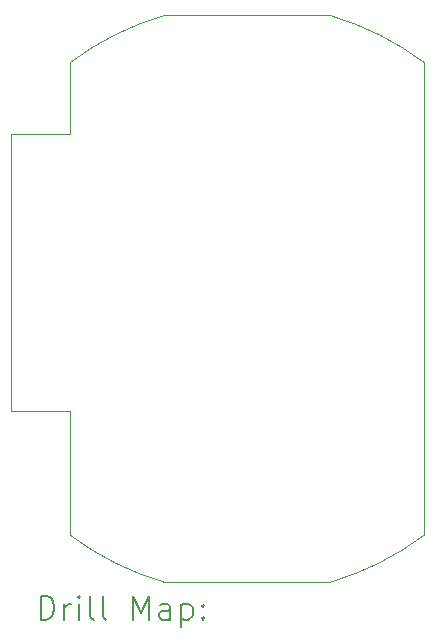
<source format=gbr>
%TF.GenerationSoftware,KiCad,Pcbnew,6.0.11-2627ca5db0~126~ubuntu22.04.1*%
%TF.CreationDate,2023-12-06T10:34:02+01:00*%
%TF.ProjectId,bus-module_atmega324,6275732d-6d6f-4647-956c-655f61746d65,C*%
%TF.SameCoordinates,Original*%
%TF.FileFunction,Drillmap*%
%TF.FilePolarity,Positive*%
%FSLAX45Y45*%
G04 Gerber Fmt 4.5, Leading zero omitted, Abs format (unit mm)*
G04 Created by KiCad (PCBNEW 6.0.11-2627ca5db0~126~ubuntu22.04.1) date 2023-12-06 10:34:02*
%MOMM*%
%LPD*%
G01*
G04 APERTURE LIST*
%ADD10C,0.100000*%
%ADD11C,0.200000*%
G04 APERTURE END LIST*
D10*
X8500000Y-12000000D02*
G75*
G03*
X9300000Y-12400000I1500000J2000000D01*
G01*
X11500000Y-8000000D02*
X11500423Y-11999683D01*
X8000000Y-10950000D02*
X8500000Y-10950000D01*
X8500000Y-12000000D02*
X8500000Y-10950000D01*
X10700000Y-12400000D02*
X9300000Y-12400000D01*
X8500000Y-8000000D02*
X8500000Y-8600000D01*
X9300000Y-7600000D02*
G75*
G03*
X8500000Y-8000000I700000J-2400000D01*
G01*
X11500000Y-8000000D02*
G75*
G03*
X10700000Y-7600000I-1500000J-2000000D01*
G01*
X8500000Y-8600000D02*
X8000000Y-8600000D01*
X10700000Y-12400000D02*
G75*
G03*
X11500423Y-11999683I-700000J2400000D01*
G01*
X9300000Y-7600000D02*
X10700000Y-7600000D01*
X8000000Y-8600000D02*
X8000000Y-10950000D01*
D11*
X8252619Y-12715476D02*
X8252619Y-12515476D01*
X8300238Y-12515476D01*
X8328809Y-12525000D01*
X8347857Y-12544048D01*
X8357381Y-12563095D01*
X8366905Y-12601190D01*
X8366905Y-12629762D01*
X8357381Y-12667857D01*
X8347857Y-12686905D01*
X8328809Y-12705952D01*
X8300238Y-12715476D01*
X8252619Y-12715476D01*
X8452619Y-12715476D02*
X8452619Y-12582143D01*
X8452619Y-12620238D02*
X8462143Y-12601190D01*
X8471667Y-12591667D01*
X8490714Y-12582143D01*
X8509762Y-12582143D01*
X8576429Y-12715476D02*
X8576429Y-12582143D01*
X8576429Y-12515476D02*
X8566905Y-12525000D01*
X8576429Y-12534524D01*
X8585952Y-12525000D01*
X8576429Y-12515476D01*
X8576429Y-12534524D01*
X8700238Y-12715476D02*
X8681190Y-12705952D01*
X8671667Y-12686905D01*
X8671667Y-12515476D01*
X8805000Y-12715476D02*
X8785952Y-12705952D01*
X8776429Y-12686905D01*
X8776429Y-12515476D01*
X9033571Y-12715476D02*
X9033571Y-12515476D01*
X9100238Y-12658333D01*
X9166905Y-12515476D01*
X9166905Y-12715476D01*
X9347857Y-12715476D02*
X9347857Y-12610714D01*
X9338333Y-12591667D01*
X9319286Y-12582143D01*
X9281190Y-12582143D01*
X9262143Y-12591667D01*
X9347857Y-12705952D02*
X9328810Y-12715476D01*
X9281190Y-12715476D01*
X9262143Y-12705952D01*
X9252619Y-12686905D01*
X9252619Y-12667857D01*
X9262143Y-12648809D01*
X9281190Y-12639286D01*
X9328810Y-12639286D01*
X9347857Y-12629762D01*
X9443095Y-12582143D02*
X9443095Y-12782143D01*
X9443095Y-12591667D02*
X9462143Y-12582143D01*
X9500238Y-12582143D01*
X9519286Y-12591667D01*
X9528810Y-12601190D01*
X9538333Y-12620238D01*
X9538333Y-12677381D01*
X9528810Y-12696428D01*
X9519286Y-12705952D01*
X9500238Y-12715476D01*
X9462143Y-12715476D01*
X9443095Y-12705952D01*
X9624048Y-12696428D02*
X9633571Y-12705952D01*
X9624048Y-12715476D01*
X9614524Y-12705952D01*
X9624048Y-12696428D01*
X9624048Y-12715476D01*
X9624048Y-12591667D02*
X9633571Y-12601190D01*
X9624048Y-12610714D01*
X9614524Y-12601190D01*
X9624048Y-12591667D01*
X9624048Y-12610714D01*
M02*

</source>
